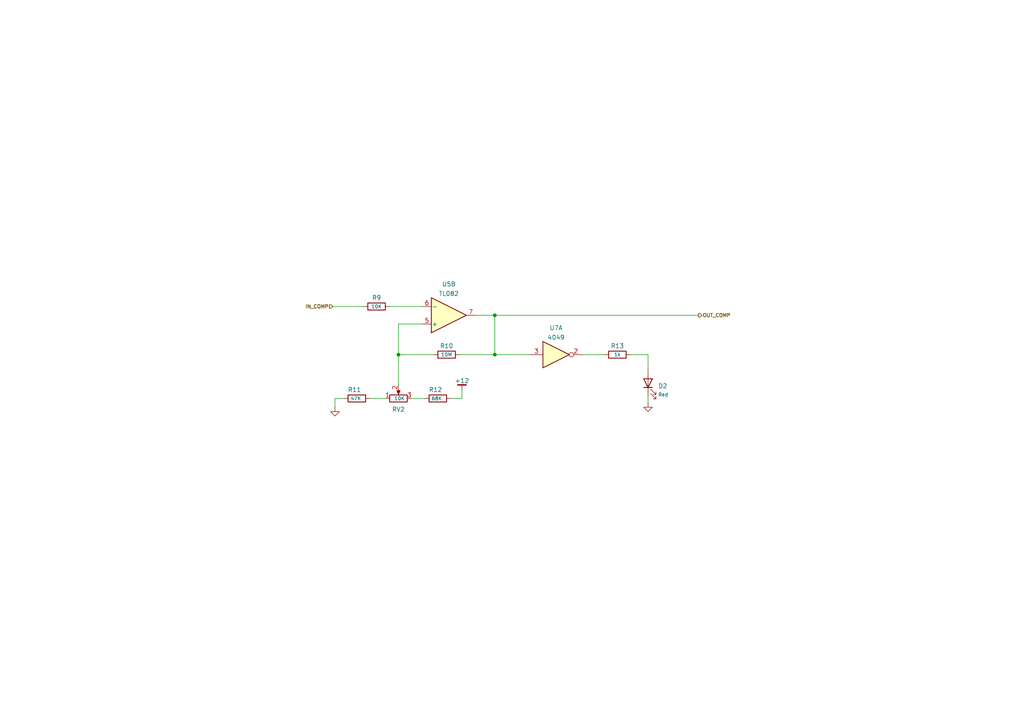
<source format=kicad_sch>
(kicad_sch (version 20211123) (generator eeschema)
  (paper "A4")
  (lib_symbols
    (symbol "4xxx:4049" (pin_names (offset 1.016))
      (property "Reference" "U" (at 0 1.27 0))
      (property "Value" "4049" (at 0 -1.27 0))
      (symbol "4049_1_0"
        (polyline (pts (xy -3.81 3.81) (xy -3.81 -3.81) (xy 3.81 0) (xy -3.81 3.81)) (stroke (width 0.254)) (fill (type background)))
        (pin output inverted (at 7.62 0 180) (length 3.81) (name "~") (number "2"))
        (pin input line (at -7.62 0 0) (length 3.81) (name "~") (number "3"))
      )
      (symbol "4049_2_0"
        (polyline (pts (xy -3.81 3.81) (xy -3.81 -3.81) (xy 3.81 0) (xy -3.81 3.81)) (stroke (width 0.254)) (fill (type background)))
        (pin output inverted (at 7.62 0 180) (length 3.81) (name "~") (number "4"))
        (pin input line (at -7.62 0 0) (length 3.81) (name "~") (number "5"))
      )
      (symbol "4049_3_0"
        (polyline (pts (xy -3.81 3.81) (xy -3.81 -3.81) (xy 3.81 0) (xy -3.81 3.81)) (stroke (width 0.254)) (fill (type background)))
        (pin output inverted (at 7.62 0 180) (length 3.81) (name "~") (number "6"))
        (pin input line (at -7.62 0 0) (length 3.81) (name "~") (number "7"))
      )
      (symbol "4049_4_0"
        (polyline (pts (xy -3.81 3.81) (xy -3.81 -3.81) (xy 3.81 0) (xy -3.81 3.81)) (stroke (width 0.254)) (fill (type background)))
        (pin output inverted (at 7.62 0 180) (length 3.81) (name "~") (number "10"))
        (pin input line (at -7.62 0 0) (length 3.81) (name "~") (number "9"))
      )
      (symbol "4049_5_0"
        (polyline (pts (xy -3.81 3.81) (xy -3.81 -3.81) (xy 3.81 0) (xy -3.81 3.81)) (stroke (width 0.254)) (fill (type background)))
        (pin input line (at -7.62 0 0) (length 3.81) (name "~") (number "11"))
        (pin output inverted (at 7.62 0 180) (length 3.81) (name "~") (number "12"))
      )
      (symbol "4049_6_0"
        (polyline (pts (xy -3.81 3.81) (xy -3.81 -3.81) (xy 3.81 0) (xy -3.81 3.81)) (stroke (width 0.254)) (fill (type background)))
        (pin input line (at -7.62 0 0) (length 3.81) (name "~") (number "14"))
        (pin output inverted (at 7.62 0 180) (length 3.81) (name "~") (number "15"))
      )
      (symbol "4049_7_0"
        (pin power_in line (at 0 12.7 270) (length 5.08) (name "VCC") (number "1"))
        (pin power_in line (at 0 -12.7 90) (length 5.08) (name "VSS") (number "8"))
      )
      (symbol "4049_7_1"
        (rectangle (start -5.08 7.62) (end 5.08 -7.62) (stroke (width 0.254)) (fill (type background)))
      )
    )
    (symbol "Amplifier_Operational:TL082" (pin_names (offset 0.127))
      (property "Reference" "U" (at 0 5.08 0))
      (property "Value" "TL082" (at 0 -5.08 0))
      (symbol "TL082_1_1"
        (polyline (pts (xy -5.08 5.08) (xy 5.08 0) (xy -5.08 -5.08) (xy -5.08 5.08)) (stroke (width 0.254)) (fill (type background)))
        (pin output line (at 7.62 0 180) (length 2.54) (name "~") (number "1"))
        (pin input line (at -7.62 -2.54 0) (length 2.54) (name "-") (number "2"))
        (pin input line (at -7.62 2.54 0) (length 2.54) (name "+") (number "3"))
      )
      (symbol "TL082_2_1"
        (polyline (pts (xy -5.08 5.08) (xy 5.08 0) (xy -5.08 -5.08) (xy -5.08 5.08)) (stroke (width 0.254)) (fill (type background)))
        (pin input line (at -7.62 2.54 0) (length 2.54) (name "+") (number "5"))
        (pin input line (at -7.62 -2.54 0) (length 2.54) (name "-") (number "6"))
        (pin output line (at 7.62 0 180) (length 2.54) (name "~") (number "7"))
      )
      (symbol "TL082_3_1"
        (pin power_in line (at -2.54 -7.62 90) (length 3.81) (name "V-") (number "4"))
        (pin power_in line (at -2.54 7.62 270) (length 3.81) (name "V+") (number "8"))
      )
    )
    (symbol "Device:R" (pin_numbers hide) (pin_names (offset 0))
      (property "Reference" "R" (at 2.032 0 90))
      (property "Value" "Device_R" (at 0 0 90))
      (symbol "R_0_1"
        (rectangle (start -1.016 -2.54) (end 1.016 2.54) (stroke (width 0.254)))
      )
      (symbol "R_1_1"
        (pin passive line (at 0 3.81 270) (length 1.27) (name "~") (number "1"))
        (pin passive line (at 0 -3.81 90) (length 1.27) (name "~") (number "2"))
      )
    )
    (symbol "Device:R_POT" (pin_names (offset 1.016) hide)
      (property "Reference" "RV" (at -4.445 0 90))
      (property "Value" "Device_R_POT" (at -2.54 0 90))
      (symbol "R_POT_0_1"
        (polyline (pts (xy 2.54 0) (xy 1.524 0)))
        (polyline (pts (xy 1.143 0) (xy 2.286 0.508) (xy 2.286 -0.508) (xy 1.143 0)) (fill (type outline)))
        (rectangle (start 1.016 2.54) (end -1.016 -2.54) (stroke (width 0.254)))
      )
      (symbol "R_POT_1_1"
        (pin passive line (at 0 3.81 270) (length 1.27) (name "1") (number "1"))
        (pin passive line (at 3.81 0 180) (length 1.27) (name "2") (number "2"))
        (pin passive line (at 0 -3.81 90) (length 1.27) (name "3") (number "3"))
      )
    )
    (symbol "LED_1" (pin_numbers hide) (pin_names (offset 1.016) hide)
      (property "Reference" "D" (at 0 2.54 0))
      (property "Value" "LED_1" (at 0 -2.54 0))
      (symbol "LED_1_0_1"
        (polyline (pts (xy -1.27 -1.27) (xy -1.27 1.27)) (stroke (width 0.254)))
        (polyline (pts (xy -1.27 0) (xy 1.27 0)))
        (polyline (pts (xy 1.27 -1.27) (xy 1.27 1.27) (xy -1.27 0) (xy 1.27 -1.27)) (stroke (width 0.254)))
        (polyline (pts (xy -3.048 -0.762) (xy -4.572 -2.286) (xy -3.81 -2.286) (xy -4.572 -2.286) (xy -4.572 -1.524)))
        (polyline (pts (xy -1.778 -0.762) (xy -3.302 -2.286) (xy -2.54 -2.286) (xy -3.302 -2.286) (xy -3.302 -1.524)))
      )
      (symbol "LED_1_1_1"
        (pin passive line (at -3.81 0 0) (length 2.54) (name "K") (number "1"))
        (pin passive line (at 3.81 0 180) (length 2.54) (name "A") (number "2"))
      )
    )
    (symbol "power1:+12" (power) (pin_names (offset 0))
      (property "Value" "+12" (at 0 2.54 0))
      (symbol "+12_0_1"
        (polyline (pts (xy 0 0.762) (xy 0 0)))
        (polyline (pts (xy 0 1.27) (xy 0 0.762)))
        (polyline (pts (xy -1.27 1.524) (xy 1.27 1.524) (xy 1.27 1.27) (xy -1.27 1.27) (xy -1.27 1.524)) (fill (type outline)))
      )
      (symbol "+12_1_1"
        (pin power_in line (at 0 0 90) (length 0) hide (name "+12") (number "1"))
      )
    )
    (symbol "power:GND" (power) (pin_names (offset 0))
      (property "Value" "power_GND" (at 0 -3.81 0))
      (symbol "GND_0_1"
        (polyline (pts (xy 0 0) (xy 0 -1.27) (xy 1.27 -1.27) (xy 0 -2.54) (xy -1.27 -1.27) (xy 0 -1.27)))
      )
      (symbol "GND_1_1"
        (pin power_in line (at 0 0 270) (length 0) hide (name "GND") (number "1"))
      )
    )
  )
  (junction (at 115.57 102.87))
  (junction (at 143.51 102.87))
  (junction (at 143.51 91.44))
  (wire (pts (xy 143.51 102.87) (xy 143.51 91.44)))
  (wire (pts (xy 143.51 91.44) (xy 137.795 91.44)))
  (wire (pts (xy 96.52 88.9) (xy 105.41 88.9)))
  (wire (pts (xy 133.35 102.87) (xy 143.51 102.87)))
  (wire (pts (xy 97.155 118.11) (xy 97.155 115.57)))
  (wire (pts (xy 133.985 115.57) (xy 133.985 113.03)))
  (wire (pts (xy 122.555 93.98) (xy 115.57 93.98)))
  (wire (pts (xy 97.155 115.57) (xy 99.695 115.57)))
  (wire (pts (xy 115.57 102.87) (xy 115.57 111.76)))
  (wire (pts (xy 168.91 102.87) (xy 175.26 102.87)))
  (wire (pts (xy 113.03 88.9) (xy 122.555 88.9)))
  (wire (pts (xy 187.96 114.935) (xy 187.96 116.84)))
  (wire (pts (xy 182.88 102.87) (xy 187.96 102.87)))
  (wire (pts (xy 187.96 102.87) (xy 187.96 107.315)))
  (wire (pts (xy 107.315 115.57) (xy 111.76 115.57)))
  (wire (pts (xy 119.38 115.57) (xy 123.19 115.57)))
  (wire (pts (xy 130.81 115.57) (xy 133.985 115.57)))
  (wire (pts (xy 115.57 102.87) (xy 125.73 102.87)))
  (wire (pts (xy 115.57 93.98) (xy 115.57 102.87)))
  (wire (pts (xy 143.51 102.87) (xy 153.67 102.87)))
  (wire (pts (xy 143.51 91.44) (xy 202.565 91.44)))
  (hierarchical_label "OUT_COMP" (shape output) (at 202.565 91.44 0) (effects (font (size 1.016 1.016) (thickness 0.2032) bold)))
  (hierarchical_label "IN_COMP" (shape input) (at 96.52 88.9 180) (effects (font (size 1.016 1.016) (thickness 0.2032) bold)))
  (symbol (lib_id "Device:R") (at 179.07 102.87 270) (unit 1)
    (property "Reference" "R13" (at 179.07 100.33 90))
    (property "Value" "1k" (at 179.07 102.87 90) (effects (font (size 1.016 1.016))))
    (property "Footprint" "Resistor_SMD:R_0603_1608Metric_Pad0.98x0.95mm_HandSolder" (effects hide))
  )
  (symbol (lib_id "power1:+12") (at 133.985 113.03 0) (unit 1)
    (property "Reference" "#PWR021" (effects hide))
    (property "Value" "+12" (at 133.985 110.4415 0))
  )
  (symbol (lib_id "Amplifier_Operational:TL082") (at 130.175 91.44 0) (mirror x) (unit 2)
    (property "Reference" "U5" (at 130.175 82.3935 0))
    (property "Value" "TL082" (at 130.175 85.1686 0))
    (property "Datasheet" "http://www.ti.com/lit/ds/symlink/tl081.pdf" (effects hide))
  )
  (symbol (lib_id "4xxx:4049") (at 161.29 102.87 0) (unit 1)
    (property "Reference" "U7" (at 161.29 95.0935 0))
    (property "Value" "4049" (at 161.29 97.8686 0))
    (property "Datasheet" "http://www.intersil.com/content/dam/intersil/documents/cd40/cd4049ubms.pdf" (effects hide))
  )
  (symbol (lib_name "LED_1") (lib_id "Device:LED") (at 187.96 111.125 90) (unit 1)
    (property "Reference" "D2" (at 190.881 111.9603 90) (effects (justify right)))
    (property "Value" "Red" (at 190.881 114.4833 90) (effects (font (size 1.016 1.016)) (justify right)))
  )
  (symbol (lib_id "Device:R") (at 129.54 102.87 270) (unit 1)
    (property "Reference" "R10" (at 129.54 100.33 90))
    (property "Value" "10M" (at 129.54 102.87 90) (effects (font (size 1.016 1.016))))
    (property "Footprint" "Resistor_SMD:R_0603_1608Metric_Pad0.98x0.95mm_HandSolder" (effects hide))
  )
  (symbol (lib_id "power:GND") (at 187.96 116.84 0) (unit 1)
    (property "Reference" "#PWR022" (effects hide))
    (property "Value" "GND" (effects hide))
  )
  (symbol (lib_id "Device:R") (at 127 115.57 90) (unit 1)
    (property "Reference" "R12" (at 128.27 113.03 90) (effects (justify left)))
    (property "Value" "68K" (at 128.27 115.57 90) (effects (font (size 1.016 1.016)) (justify left)))
    (property "Footprint" "Resistor_SMD:R_0603_1608Metric_Pad0.98x0.95mm_HandSolder" (effects hide))
  )
  (symbol (lib_id "Device:R") (at 109.22 88.9 270) (unit 1)
    (property "Reference" "R9" (at 109.22 86.36 90))
    (property "Value" "10K" (at 109.22 88.9 90) (effects (font (size 1.016 1.016))))
    (property "Footprint" "Resistor_SMD:R_0603_1608Metric_Pad0.98x0.95mm_HandSolder" (effects hide))
  )
  (symbol (lib_id "Device:R") (at 103.505 115.57 90) (unit 1)
    (property "Reference" "R11" (at 104.775 113.03 90) (effects (justify left)))
    (property "Value" "47K" (at 104.775 115.57 90) (effects (font (size 1.016 1.016)) (justify left)))
    (property "Footprint" "Resistor_SMD:R_0603_1608Metric_Pad0.98x0.95mm_HandSolder" (effects hide))
  )
  (symbol (lib_id "Device:R_POT") (at 115.57 115.57 90) (unit 1)
    (property "Reference" "RV2" (at 113.665 118.745 90) (effects (justify right)))
    (property "Value" "10K" (at 114.3 115.57 90) (effects (font (size 1.016 1.016)) (justify right)))
    (property "Footprint" "Potentiometer_SMD:Potentiometer_Vishay_TS53YL_Vertical" (effects hide))
    (property "Datasheet" "https://www.vishay.com/docs/51008/ts53.pdf" (effects hide))
  )
  (symbol (lib_id "power:GND") (at 97.155 118.11 0) (unit 1)
    (property "Reference" "#PWR020" (effects hide))
    (property "Value" "GND" (effects hide))
  )
)
</source>
